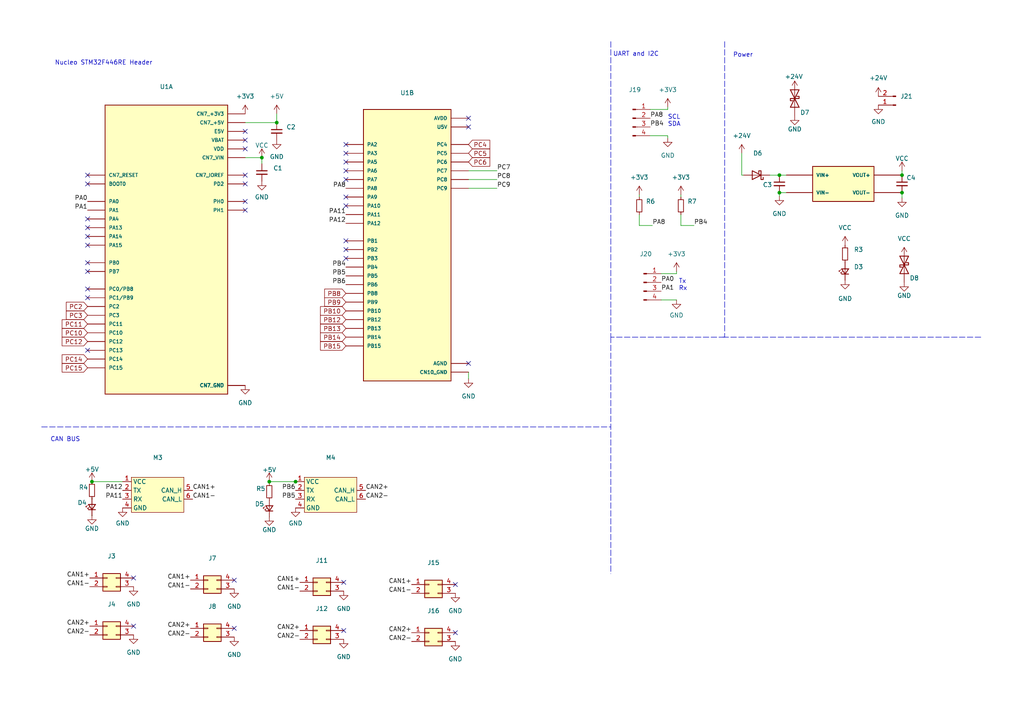
<source format=kicad_sch>
(kicad_sch (version 20211123) (generator eeschema)
  (paper "A4")
  (lib_symbols
    (symbol "Connector:Conn_01x02_Male" (pin_names (offset 1.016) hide)
      (property "Reference" "J" (at 0 2.54 0))
      (property "Value" "Conn_01x02_Male" (at 0 -5.08 0))
      (symbol "Conn_01x02_Male_1_1"
        (polyline (pts (xy 1.27 -2.54) (xy 0.8636 -2.54)) (stroke (width 0.1524)))
        (polyline (pts (xy 1.27 0) (xy 0.8636 0)) (stroke (width 0.1524)))
        (rectangle (start 0.8636 -2.413) (end 0 -2.667) (stroke (width 0.1524)) (fill (type outline)))
        (rectangle (start 0.8636 0.127) (end 0 -0.127) (stroke (width 0.1524)) (fill (type outline)))
        (pin passive line (at 5.08 0 180) (length 3.81) (name "Pin_1") (number "1"))
        (pin passive line (at 5.08 -2.54 180) (length 3.81) (name "Pin_2") (number "2"))
      )
    )
    (symbol "Connector:Conn_01x04_Male" (pin_names (offset 1.016) hide)
      (property "Reference" "J" (at 0 5.08 0))
      (property "Value" "Conn_01x04_Male" (at 0 -7.62 0))
      (symbol "Conn_01x04_Male_1_1"
        (polyline (pts (xy 1.27 -5.08) (xy 0.8636 -5.08)) (stroke (width 0.1524)))
        (polyline (pts (xy 1.27 -2.54) (xy 0.8636 -2.54)) (stroke (width 0.1524)))
        (polyline (pts (xy 1.27 0) (xy 0.8636 0)) (stroke (width 0.1524)))
        (polyline (pts (xy 1.27 2.54) (xy 0.8636 2.54)) (stroke (width 0.1524)))
        (rectangle (start 0.8636 -4.953) (end 0 -5.207) (stroke (width 0.1524)) (fill (type outline)))
        (rectangle (start 0.8636 -2.413) (end 0 -2.667) (stroke (width 0.1524)) (fill (type outline)))
        (rectangle (start 0.8636 0.127) (end 0 -0.127) (stroke (width 0.1524)) (fill (type outline)))
        (rectangle (start 0.8636 2.667) (end 0 2.413) (stroke (width 0.1524)) (fill (type outline)))
        (pin passive line (at 5.08 2.54 180) (length 3.81) (name "Pin_1") (number "1"))
        (pin passive line (at 5.08 0 180) (length 3.81) (name "Pin_2") (number "2"))
        (pin passive line (at 5.08 -2.54 180) (length 3.81) (name "Pin_3") (number "3"))
        (pin passive line (at 5.08 -5.08 180) (length 3.81) (name "Pin_4") (number "4"))
      )
    )
    (symbol "Connector_Generic:Conn_02x02_Counter_Clockwise" (pin_names (offset 1.016) hide)
      (property "Reference" "J" (at 1.27 2.54 0))
      (property "Value" "Conn_02x02_Counter_Clockwise" (at 1.27 -5.08 0))
      (symbol "Conn_02x02_Counter_Clockwise_1_1"
        (rectangle (start -1.27 -2.413) (end 0 -2.667) (stroke (width 0.1524)))
        (rectangle (start -1.27 0.127) (end 0 -0.127) (stroke (width 0.1524)))
        (rectangle (start -1.27 1.27) (end 3.81 -3.81) (stroke (width 0.254)) (fill (type background)))
        (rectangle (start 3.81 -2.413) (end 2.54 -2.667) (stroke (width 0.1524)))
        (rectangle (start 3.81 0.127) (end 2.54 -0.127) (stroke (width 0.1524)))
        (pin passive line (at -5.08 0 0) (length 3.81) (name "Pin_1") (number "1"))
        (pin passive line (at -5.08 -2.54 0) (length 3.81) (name "Pin_2") (number "2"))
        (pin passive line (at 7.62 -2.54 180) (length 3.81) (name "Pin_3") (number "3"))
        (pin passive line (at 7.62 0 180) (length 3.81) (name "Pin_4") (number "4"))
      )
    )
    (symbol "D_Schottky_1" (pin_numbers hide) (pin_names (offset 1.016) hide)
      (property "Reference" "D?" (at 2.54 1.5876 90))
      (property "Value" "SMBJ9VCA" (at 2.54 -0.9524 90))
      (symbol "D_Schottky_1_0_1"
        (polyline (pts (xy 1.27 0) (xy -1.27 0)))
        (polyline (pts (xy -3.81 -1.27) (xy -3.81 1.27) (xy -1.27 0) (xy -3.81 -1.27)) (stroke (width 0.254)))
        (polyline (pts (xy 1.27 1.27) (xy 1.27 -1.27) (xy -1.27 0) (xy 1.27 1.27)) (stroke (width 0.254)))
        (polyline (pts (xy -1.905 0.635) (xy -1.905 1.27) (xy -1.27 1.27) (xy -1.27 -1.27) (xy -0.635 -1.27) (xy -0.635 -0.635)) (stroke (width 0.254)))
      )
      (symbol "D_Schottky_1_1_1"
        (pin passive line (at -3.81 0 0) (length 2.54) (name "K") (number "1"))
        (pin passive line (at 3.81 0 180) (length 2.54) (name "A") (number "2"))
      )
    )
    (symbol "D_Schottky_2" (pin_numbers hide) (pin_names (offset 1.016) hide)
      (property "Reference" "D7" (at 2.794 1.5876 90))
      (property "Value" "D_Schottky_2" (at 2.794 -0.9524 90))
      (symbol "D_Schottky_2_0_1"
        (polyline (pts (xy 1.27 0) (xy -1.27 0)))
        (polyline (pts (xy -3.81 -1.27) (xy -3.81 1.27) (xy -1.27 0) (xy -3.81 -1.27)) (stroke (width 0.254)))
        (polyline (pts (xy 1.27 1.27) (xy 1.27 -1.27) (xy -1.27 0) (xy 1.27 1.27)) (stroke (width 0.254)))
        (polyline (pts (xy -1.905 0.635) (xy -1.905 1.27) (xy -1.27 1.27) (xy -1.27 -1.27) (xy -0.635 -1.27) (xy -0.635 -0.635)) (stroke (width 0.254)))
      )
      (symbol "D_Schottky_2_1_1"
        (pin passive line (at -3.81 0 0) (length 2.54) (name "K") (number "1"))
        (pin passive line (at 3.81 0 180) (length 2.54) (name "A") (number "2"))
      )
    )
    (symbol "Device:C_Small" (pin_numbers hide) (pin_names (offset 0.254) hide)
      (property "Reference" "C" (at 0.254 1.778 0))
      (property "Value" "C_Small" (at 0.254 -2.032 0))
      (symbol "C_Small_0_1"
        (polyline (pts (xy -1.524 -0.508) (xy 1.524 -0.508)) (stroke (width 0.3302)))
        (polyline (pts (xy -1.524 0.508) (xy 1.524 0.508)) (stroke (width 0.3048)))
      )
      (symbol "C_Small_1_1"
        (pin passive line (at 0 2.54 270) (length 2.032) (name "~") (number "1"))
        (pin passive line (at 0 -2.54 90) (length 2.032) (name "~") (number "2"))
      )
    )
    (symbol "Device:D_Schottky" (pin_numbers hide) (pin_names (offset 1.016) hide)
      (property "Reference" "D" (at 0 2.54 0))
      (property "Value" "D_Schottky" (at 0 -2.54 0))
      (symbol "D_Schottky_0_1"
        (polyline (pts (xy 1.27 0) (xy -1.27 0)))
        (polyline (pts (xy 1.27 1.27) (xy 1.27 -1.27) (xy -1.27 0) (xy 1.27 1.27)) (stroke (width 0.254)))
        (polyline (pts (xy -1.905 0.635) (xy -1.905 1.27) (xy -1.27 1.27) (xy -1.27 -1.27) (xy -0.635 -1.27) (xy -0.635 -0.635)) (stroke (width 0.254)))
      )
      (symbol "D_Schottky_1_1"
        (pin passive line (at -3.81 0 0) (length 2.54) (name "K") (number "1"))
        (pin passive line (at 3.81 0 180) (length 2.54) (name "A") (number "2"))
      )
    )
    (symbol "Device:LED_Small" (pin_numbers hide) (pin_names (offset 0.254) hide)
      (property "Reference" "D" (at -1.27 3.175 0))
      (property "Value" "LED_Small" (at -4.445 -2.54 0))
      (symbol "LED_Small_0_1"
        (polyline (pts (xy -0.762 -1.016) (xy -0.762 1.016)) (stroke (width 0.254)))
        (polyline (pts (xy 1.016 0) (xy -0.762 0)))
        (polyline (pts (xy 0.762 -1.016) (xy -0.762 0) (xy 0.762 1.016) (xy 0.762 -1.016)) (stroke (width 0.254)))
        (polyline (pts (xy 0 0.762) (xy -0.508 1.27) (xy -0.254 1.27) (xy -0.508 1.27) (xy -0.508 1.016)))
        (polyline (pts (xy 0.508 1.27) (xy 0 1.778) (xy 0.254 1.778) (xy 0 1.778) (xy 0 1.524)))
      )
      (symbol "LED_Small_1_1"
        (pin passive line (at -2.54 0 0) (length 1.778) (name "K") (number "1"))
        (pin passive line (at 2.54 0 180) (length 1.778) (name "A") (number "2"))
      )
    )
    (symbol "Device:R_Small" (pin_numbers hide) (pin_names (offset 0.254) hide)
      (property "Reference" "R" (at 0.762 0.508 0))
      (property "Value" "R_Small" (at 0.762 -1.016 0))
      (symbol "R_Small_0_1"
        (rectangle (start -0.762 1.778) (end 0.762 -1.778) (stroke (width 0.2032)))
      )
      (symbol "R_Small_1_1"
        (pin passive line (at 0 2.54 270) (length 0.762) (name "~") (number "1"))
        (pin passive line (at 0 -2.54 90) (length 0.762) (name "~") (number "2"))
      )
    )
    (symbol "PolyuRobotics:MP1584" (pin_numbers hide) (pin_names (offset 1.016))
      (symbol "MP1584_0_0"
        (rectangle (start -7.62 -5.08) (end 10.16 5.08) (stroke (width 0.254)) (fill (type background)))
        (pin input line (at -15.24 2.54 0) (length 7.62) (name "VIN+") (number "IN1+"))
        (pin input line (at -15.24 -2.54 0) (length 7.62) (name "VIN-") (number "IN1-"))
        (pin input line (at -15.24 2.54 0) (length 7.62) (name "VIN+") (number "IN2+"))
        (pin input line (at -15.24 -2.54 0) (length 7.62) (name "VIN-") (number "IN2-"))
        (pin output line (at 17.78 2.54 180) (length 7.62) (name "VOUT+") (number "OUT1+"))
        (pin output line (at 17.78 -2.54 180) (length 7.62) (name "VOUT-") (number "OUT1-"))
        (pin output line (at 17.78 2.54 180) (length 7.62) (name "VOUT+") (number "OUT2+"))
        (pin output line (at 17.78 -2.54 180) (length 7.62) (name "VOUT-") (number "OUT2-"))
      )
    )
    (symbol "PolyuRobotics:NUCLEO-F446RE" (pin_numbers hide) (pin_names (offset 1.016))
      (property "Reference" "U" (at -17.78 41.91 0))
      (property "Value" "NUCLEO-F446RE" (at -17.78 -44.45 0))
      (symbol "NUCLEO-F446RE_1_0"
        (rectangle (start -17.78 -43.18) (end 17.78 40.64) (stroke (width 0.254)) (fill (type background)))
        (pin bidirectional line (at -22.86 -25.4 0) (length 5.08) (name "PC10") (number "CN7_1"))
        (pin bidirectional line (at 22.86 20.32 180) (length 5.08) (name "CN7_IOREF") (number "CN7_12"))
        (pin bidirectional line (at -22.86 5.08 0) (length 5.08) (name "PA13") (number "CN7_13"))
        (pin bidirectional line (at -22.86 20.32 0) (length 5.08) (name "CN7_RESET") (number "CN7_14"))
        (pin bidirectional line (at -22.86 2.54 0) (length 5.08) (name "PA14") (number "CN7_15"))
        (pin power_in line (at 22.86 38.1 180) (length 5.08) (name "CN7_+3V3") (number "CN7_16"))
        (pin bidirectional line (at -22.86 0 0) (length 5.08) (name "PA15") (number "CN7_17"))
        (pin power_in line (at 22.86 35.56 180) (length 5.08) (name "CN7_+5V") (number "CN7_18"))
        (pin power_in line (at 22.86 -40.64 180) (length 5.08) (name "CN7_GND") (number "CN7_19"))
        (pin bidirectional line (at -22.86 -22.86 0) (length 5.08) (name "PC11") (number "CN7_2"))
        (pin power_in line (at 22.86 -40.64 180) (length 5.08) (name "CN7_GND") (number "CN7_20"))
        (pin bidirectional line (at -22.86 -7.62 0) (length 5.08) (name "PB7") (number "CN7_21"))
        (pin power_in line (at 22.86 -40.64 180) (length 5.08) (name "CN7_GND") (number "CN7_22"))
        (pin bidirectional line (at -22.86 -30.48 0) (length 5.08) (name "PC13") (number "CN7_23"))
        (pin power_in line (at 22.86 25.4 180) (length 5.08) (name "CN7_VIN") (number "CN7_24"))
        (pin bidirectional line (at -22.86 -33.02 0) (length 5.08) (name "PC14") (number "CN7_25"))
        (pin bidirectional line (at -22.86 -35.56 0) (length 5.08) (name "PC15") (number "CN7_27"))
        (pin bidirectional line (at -22.86 12.7 0) (length 5.08) (name "PA0") (number "CN7_28"))
        (pin bidirectional line (at 22.86 12.7 180) (length 5.08) (name "PH0") (number "CN7_29"))
        (pin bidirectional line (at -22.86 -27.94 0) (length 5.08) (name "PC12") (number "CN7_3"))
        (pin bidirectional line (at -22.86 10.16 0) (length 5.08) (name "PA1") (number "CN7_30"))
        (pin bidirectional line (at 22.86 10.16 180) (length 5.08) (name "PH1") (number "CN7_31"))
        (pin bidirectional line (at -22.86 7.62 0) (length 5.08) (name "PA4") (number "CN7_32"))
        (pin power_in line (at 22.86 30.48 180) (length 5.08) (name "VBAT") (number "CN7_33"))
        (pin bidirectional line (at -22.86 -5.08 0) (length 5.08) (name "PB0") (number "CN7_34"))
        (pin bidirectional line (at -22.86 -17.78 0) (length 5.08) (name "PC2") (number "CN7_35"))
        (pin bidirectional line (at -22.86 -15.24 0) (length 5.08) (name "PC1/PB9") (number "CN7_36"))
        (pin bidirectional line (at -22.86 -20.32 0) (length 5.08) (name "PC3") (number "CN7_37"))
        (pin bidirectional line (at -22.86 -12.7 0) (length 5.08) (name "PC0/PB8") (number "CN7_38"))
        (pin bidirectional line (at 22.86 17.78 180) (length 5.08) (name "PD2") (number "CN7_4"))
        (pin power_in line (at 22.86 27.94 180) (length 5.08) (name "VDD") (number "CN7_5"))
        (pin power_in line (at 22.86 33.02 180) (length 5.08) (name "E5V") (number "CN7_6"))
        (pin bidirectional line (at -22.86 17.78 0) (length 5.08) (name "BOOT0") (number "CN7_7"))
        (pin power_in line (at 22.86 -40.64 180) (length 5.08) (name "CN7_GND") (number "CN7_8"))
      )
      (symbol "NUCLEO-F446RE_2_0"
        (rectangle (start -12.7 -40.64) (end 12.7 38.1) (stroke (width 0.254)) (fill (type background)))
        (pin bidirectional line (at 17.78 15.24 180) (length 5.08) (name "PC9") (number "CN10_1"))
        (pin bidirectional line (at -17.78 22.86 0) (length 5.08) (name "PA5") (number "CN10_11"))
        (pin bidirectional line (at -17.78 5.08 0) (length 5.08) (name "PA12") (number "CN10_12"))
        (pin bidirectional line (at -17.78 20.32 0) (length 5.08) (name "PA6") (number "CN10_13"))
        (pin bidirectional line (at -17.78 7.62 0) (length 5.08) (name "PA11") (number "CN10_14"))
        (pin bidirectional line (at -17.78 17.78 0) (length 5.08) (name "PA7") (number "CN10_15"))
        (pin bidirectional line (at -17.78 -22.86 0) (length 5.08) (name "PB12") (number "CN10_16"))
        (pin bidirectional line (at -17.78 -12.7 0) (length 5.08) (name "PB6") (number "CN10_17"))
        (pin bidirectional line (at 17.78 20.32 180) (length 5.08) (name "PC7") (number "CN10_19"))
        (pin bidirectional line (at 17.78 17.78 180) (length 5.08) (name "PC8") (number "CN10_2"))
        (pin power_in line (at 17.78 -38.1 180) (length 5.08) (name "CN10_GND") (number "CN10_20"))
        (pin bidirectional line (at -17.78 12.7 0) (length 5.08) (name "PA9") (number "CN10_21"))
        (pin bidirectional line (at -17.78 -2.54 0) (length 5.08) (name "PB2") (number "CN10_22"))
        (pin bidirectional line (at -17.78 15.24 0) (length 5.08) (name "PA8") (number "CN10_23"))
        (pin bidirectional line (at -17.78 0 0) (length 5.08) (name "PB1") (number "CN10_24"))
        (pin bidirectional line (at -17.78 -20.32 0) (length 5.08) (name "PB10") (number "CN10_25"))
        (pin bidirectional line (at -17.78 -30.48 0) (length 5.08) (name "PB15") (number "CN10_26"))
        (pin bidirectional line (at -17.78 -7.62 0) (length 5.08) (name "PB4") (number "CN10_27"))
        (pin bidirectional line (at -17.78 -27.94 0) (length 5.08) (name "PB14") (number "CN10_28"))
        (pin bidirectional line (at -17.78 -10.16 0) (length 5.08) (name "PB5") (number "CN10_29"))
        (pin bidirectional line (at -17.78 -15.24 0) (length 5.08) (name "PB8") (number "CN10_3"))
        (pin bidirectional line (at -17.78 -25.4 0) (length 5.08) (name "PB13") (number "CN10_30"))
        (pin bidirectional line (at -17.78 -5.08 0) (length 5.08) (name "PB3") (number "CN10_31"))
        (pin power_in line (at 17.78 -35.56 180) (length 5.08) (name "AGND") (number "CN10_32"))
        (pin bidirectional line (at -17.78 10.16 0) (length 5.08) (name "PA10") (number "CN10_33"))
        (pin bidirectional line (at 17.78 27.94 180) (length 5.08) (name "PC4") (number "CN10_34"))
        (pin bidirectional line (at -17.78 27.94 0) (length 5.08) (name "PA2") (number "CN10_35"))
        (pin bidirectional line (at -17.78 25.4 0) (length 5.08) (name "PA3") (number "CN10_37"))
        (pin bidirectional line (at 17.78 22.86 180) (length 5.08) (name "PC6") (number "CN10_4"))
        (pin bidirectional line (at -17.78 -17.78 0) (length 5.08) (name "PB9") (number "CN10_5"))
        (pin bidirectional line (at 17.78 25.4 180) (length 5.08) (name "PC5") (number "CN10_6"))
        (pin power_in line (at 17.78 35.56 180) (length 5.08) (name "AVDD") (number "CN10_7"))
        (pin power_in line (at 17.78 33.02 180) (length 5.08) (name "U5V") (number "CN10_8"))
        (pin power_in line (at 17.78 -38.1 180) (length 5.08) (name "CN10_GND") (number "CN10_9"))
      )
    )
    (symbol "PolyuRobotics:TJA1050_Module"
      (property "Reference" "M" (at 0 7.62 0))
      (property "Value" "TJA1050_Module" (at 0 -5.08 0))
      (symbol "TJA1050_Module_0_0"
        (text "" (at 7.62 0 0) (effects (font (size 1.27 1.27))))
      )
      (symbol "TJA1050_Module_0_1"
        (rectangle (start -7.62 6.35) (end 7.62 -3.81) (fill (type background)))
      )
      (symbol "TJA1050_Module_1_1"
        (pin power_in line (at -10.16 5.08 0) (length 2.54) (name "VCC") (number "1"))
        (pin bidirectional line (at -10.16 2.54 0) (length 2.54) (name "TX") (number "2"))
        (pin bidirectional line (at -10.16 0 0) (length 2.54) (name "RX") (number "3"))
        (pin power_in line (at -10.16 -2.54 0) (length 2.54) (name "GND") (number "4"))
        (pin bidirectional line (at 10.16 2.54 180) (length 2.54) (name "CAN_H") (number "5"))
        (pin bidirectional line (at 10.16 0 180) (length 2.54) (name "CAN_L") (number "6"))
      )
    )
    (symbol "TJA1050_Module_1"
      (property "Reference" "M" (at 0 7.62 0))
      (property "Value" "TJA1050_Module_1" (at 0 -5.08 0))
      (symbol "TJA1050_Module_1_0_0"
        (text "" (at 7.62 0 0) (effects (font (size 1.27 1.27))))
      )
      (symbol "TJA1050_Module_1_0_1"
        (rectangle (start -7.62 6.35) (end 7.62 -3.81) (fill (type background)))
      )
      (symbol "TJA1050_Module_1_1_1"
        (pin power_in line (at -10.16 5.08 0) (length 2.54) (name "VCC") (number "1"))
        (pin bidirectional line (at -10.16 2.54 0) (length 2.54) (name "TX") (number "2"))
        (pin bidirectional line (at -10.16 0 0) (length 2.54) (name "RX") (number "3"))
        (pin power_in line (at -10.16 -2.54 0) (length 2.54) (name "GND") (number "4"))
        (pin bidirectional line (at 10.16 2.54 180) (length 2.54) (name "CAN_H") (number "5"))
        (pin bidirectional line (at 10.16 0 180) (length 2.54) (name "CAN_L") (number "6"))
      )
    )
    (symbol "power:+24V" (power) (pin_names (offset 0))
      (property "Value" "+24V" (at 0 3.556 0))
      (symbol "+24V_0_1"
        (polyline (pts (xy -0.762 1.27) (xy 0 2.54)))
        (polyline (pts (xy 0 0) (xy 0 2.54)))
        (polyline (pts (xy 0 2.54) (xy 0.762 1.27)))
      )
      (symbol "+24V_1_1"
        (pin power_in line (at 0 0 90) (length 0) hide (name "+24V") (number "1"))
      )
    )
    (symbol "power:+3.3V" (power) (pin_names (offset 0))
      (property "Value" "+3.3V" (at 0 3.556 0))
      (symbol "+3.3V_0_1"
        (polyline (pts (xy -0.762 1.27) (xy 0 2.54)))
        (polyline (pts (xy 0 0) (xy 0 2.54)))
        (polyline (pts (xy 0 2.54) (xy 0.762 1.27)))
      )
      (symbol "+3.3V_1_1"
        (pin power_in line (at 0 0 90) (length 0) hide (name "+3V3") (number "1"))
      )
    )
    (symbol "power:+5V" (power) (pin_names (offset 0))
      (property "Value" "+5V" (at 0 3.556 0))
      (symbol "+5V_0_1"
        (polyline (pts (xy -0.762 1.27) (xy 0 2.54)))
        (polyline (pts (xy 0 0) (xy 0 2.54)))
        (polyline (pts (xy 0 2.54) (xy 0.762 1.27)))
      )
      (symbol "+5V_1_1"
        (pin power_in line (at 0 0 90) (length 0) hide (name "+5V") (number "1"))
      )
    )
    (symbol "power:GND" (power) (pin_names (offset 0))
      (property "Value" "GND" (at 0 -3.81 0))
      (symbol "GND_0_1"
        (polyline (pts (xy 0 0) (xy 0 -1.27) (xy 1.27 -1.27) (xy 0 -2.54) (xy -1.27 -1.27) (xy 0 -1.27)))
      )
      (symbol "GND_1_1"
        (pin power_in line (at 0 0 270) (length 0) hide (name "GND") (number "1"))
      )
    )
    (symbol "power:VCC" (power) (pin_names (offset 0))
      (property "Value" "VCC" (at 0 3.81 0))
      (symbol "VCC_0_1"
        (polyline (pts (xy -0.762 1.27) (xy 0 2.54)))
        (polyline (pts (xy 0 0) (xy 0 2.54)))
        (polyline (pts (xy 0 2.54) (xy 0.762 1.27)))
      )
      (symbol "VCC_1_1"
        (pin power_in line (at 0 0 90) (length 0) hide (name "VCC") (number "1"))
      )
    )
  )
  (junction (at 261.62 50.8))
  (junction (at 75.946 45.72))
  (junction (at 26.67 139.7))
  (junction (at 80.264 35.56))
  (junction (at 85.725 139.7))
  (junction (at 261.62 55.88))
  (junction (at 78.105 139.7))
  (junction (at 226.06 55.88))
  (junction (at 226.06 50.8))
  (no_connect (at 99.695 182.88))
  (no_connect (at 25.4 63.5))
  (no_connect (at 25.4 66.04))
  (no_connect (at 25.4 68.58))
  (no_connect (at 25.4 71.12))
  (no_connect (at 25.4 76.2))
  (no_connect (at 25.4 78.74))
  (no_connect (at 25.4 83.82))
  (no_connect (at 135.89 34.29))
  (no_connect (at 135.89 36.83))
  (no_connect (at 71.12 38.1))
  (no_connect (at 67.945 168.275))
  (no_connect (at 135.89 105.41))
  (no_connect (at 25.4 101.6))
  (no_connect (at 311.785 24.765))
  (no_connect (at 99.695 168.91))
  (no_connect (at 71.12 58.42))
  (no_connect (at 71.12 60.96))
  (no_connect (at 71.12 50.8))
  (no_connect (at 25.4 50.8))
  (no_connect (at 25.4 53.34))
  (no_connect (at 71.12 43.18))
  (no_connect (at 132.08 169.545))
  (no_connect (at 67.945 182.245))
  (no_connect (at 38.735 181.61))
  (no_connect (at 38.735 167.64))
  (no_connect (at 132.08 183.515))
  (no_connect (at 25.4 86.36))
  (no_connect (at 71.12 40.64))
  (no_connect (at 71.12 53.34))
  (no_connect (at 100.33 41.91))
  (no_connect (at 100.33 44.45))
  (no_connect (at 100.33 46.99))
  (no_connect (at 100.33 49.53))
  (no_connect (at 100.33 52.07))
  (no_connect (at 100.33 57.15))
  (no_connect (at 100.33 59.69))
  (no_connect (at 100.33 69.85))
  (no_connect (at 100.33 72.39))
  (no_connect (at 100.33 74.93))
  (wire (pts (xy 78.105 139.7) (xy 78.105 140.081)))
  (wire (pts (xy 188.595 31.75) (xy 193.675 31.75)))
  (wire (pts (xy 193.675 31.75) (xy 193.675 31.115)))
  (wire (pts (xy 185.42 65.405) (xy 185.42 62.23)))
  (wire (pts (xy 197.485 65.405) (xy 197.485 62.23)))
  (wire (pts (xy 78.105 145.161) (xy 78.105 144.907)))
  (wire (pts (xy 185.42 57.15) (xy 185.42 56.515)))
  (wire (pts (xy 189.23 65.405) (xy 185.42 65.405)))
  (polyline (pts (xy 284.48 97.79) (xy 209.55 97.79)))
  (wire (pts (xy 261.112 50.8) (xy 261.62 50.8)))
  (wire (pts (xy 71.12 45.72) (xy 75.946 45.72)))
  (wire (pts (xy 85.725 139.573) (xy 85.725 139.7)))
  (wire (pts (xy 215.138 50.8) (xy 215.646 50.8)))
  (wire (pts (xy 201.295 65.405) (xy 197.485 65.405)))
  (wire (pts (xy 75.946 47.498) (xy 75.946 45.72)))
  (wire (pts (xy 144.145 52.07) (xy 135.89 52.07)))
  (wire (pts (xy 78.105 149.987) (xy 78.105 149.86)))
  (wire (pts (xy 215.138 44.45) (xy 215.138 50.8)))
  (wire (pts (xy 261.112 55.88) (xy 261.62 55.88)))
  (polyline (pts (xy 177.165 12.065) (xy 177.165 97.79)))
  (wire (pts (xy 223.266 50.8) (xy 226.06 50.8)))
  (wire (pts (xy 261.62 49.53) (xy 261.62 50.8)))
  (polyline (pts (xy 12.065 123.825) (xy 177.165 123.825)))
  (wire (pts (xy 226.06 55.88) (xy 226.06 56.896)))
  (wire (pts (xy 226.06 50.8) (xy 228.092 50.8)))
  (wire (pts (xy 226.06 55.88) (xy 228.092 55.88)))
  (wire (pts (xy 26.67 144.78) (xy 26.67 144.526)))
  (wire (pts (xy 188.595 39.37) (xy 193.675 39.37)))
  (polyline (pts (xy 210.185 97.79) (xy 177.165 97.79)))
  (wire (pts (xy 261.62 55.88) (xy 261.62 57.404)))
  (polyline (pts (xy 177.165 97.79) (xy 177.165 166.37)))
  (wire (pts (xy 196.215 78.74) (xy 196.215 79.375)))
  (wire (pts (xy 193.675 40.005) (xy 193.675 39.37)))
  (wire (pts (xy 135.89 107.95) (xy 135.89 109.855)))
  (wire (pts (xy 78.105 139.7) (xy 85.725 139.7)))
  (wire (pts (xy 191.77 86.995) (xy 196.215 86.995)))
  (wire (pts (xy 196.215 79.375) (xy 191.77 79.375)))
  (wire (pts (xy 80.264 35.56) (xy 71.12 35.56)))
  (wire (pts (xy 144.145 54.61) (xy 135.89 54.61)))
  (wire (pts (xy 26.67 139.7) (xy 35.56 139.7)))
  (wire (pts (xy 80.264 33.02) (xy 80.264 35.56)))
  (wire (pts (xy 197.485 57.15) (xy 197.485 56.515)))
  (wire (pts (xy 144.145 49.53) (xy 135.89 49.53)))
  (polyline (pts (xy 210.185 12.065) (xy 210.185 97.79)))
  (wire (pts (xy 26.67 149.606) (xy 26.67 149.479)))
  (text "Tx\nRx" (at 196.85 84.455 0) (effects (font (size 1.27 1.27)) (justify left bottom)))
  (text "UART and I2C " (at 177.8 16.51 0) (effects (font (size 1.27 1.27)) (justify left bottom)))
  (text "Nucleo STM32F446RE Header" (at 15.875 19.05 0) (effects (font (size 1.27 1.27)) (justify left bottom)))
  (text "CAN BUS\n" (at 14.605 128.27 0) (effects (font (size 1.27 1.27)) (justify left bottom)))
  (text "Power\n" (at 212.598 16.764 0) (effects (font (size 1.27 1.27)) (justify left bottom)))
  (text "SCL\nSDA" (at 193.675 36.83 0) (effects (font (size 1.27 1.27)) (justify left bottom)))
  (label "PB4" (at 188.595 36.83 0))
  (label "PA1" (at 25.4 60.96 180))
  (label "CAN2+" (at 55.245 182.245 180))
  (label "PB6" (at 85.725 142.24 180))
  (label "PA8" (at 188.595 34.29 0))
  (label "PA11" (at 35.56 144.78 180))
  (label "PC9" (at 144.145 54.61 0))
  (label "CAN2-" (at 86.995 185.42 180))
  (label "PA12" (at 35.56 142.24 180))
  (label "PC7" (at 144.145 49.53 0))
  (label "CAN2+" (at 86.995 182.88 180))
  (label "CAN1-" (at 55.245 170.815 180))
  (label "PA12" (at 100.33 64.77 180))
  (label "CAN1-" (at 86.995 171.45 180))
  (label "PB5" (at 100.33 80.01 180))
  (label "CAN2+" (at 106.045 142.24 0))
  (label "CAN1+" (at 119.38 169.545 180))
  (label "CAN1+" (at 86.995 168.91 180))
  (label "CAN2-" (at 26.035 184.15 180))
  (label "PC8" (at 144.145 52.07 0))
  (label "PA0" (at 191.77 81.915 0))
  (label "CAN2-" (at 119.38 186.055 180))
  (label "CAN2-" (at 55.245 184.785 180))
  (label "PA1" (at 191.77 84.455 0))
  (label "CAN2+" (at 119.38 183.515 180))
  (label "PB4" (at 100.33 77.47 180))
  (label "PB5" (at 85.725 144.78 180))
  (label "CAN2-" (at 106.045 144.78 0))
  (label "PB4" (at 201.295 65.405 0))
  (label "CAN1+" (at 26.035 167.64 180))
  (label "PA11" (at 100.33 62.23 180))
  (label "CAN1-" (at 119.38 172.085 180))
  (label "CAN1+" (at 55.88 142.24 0))
  (label "PA8" (at 100.33 54.61 180))
  (label "PA8" (at 189.23 65.405 0))
  (label "CAN1+" (at 55.245 168.275 180))
  (label "PB6" (at 100.33 82.55 180))
  (label "CAN1-" (at 26.035 170.18 180))
  (label "CAN1-" (at 55.88 144.78 0))
  (label "CAN2+" (at 26.035 181.61 180))
  (label "PA0" (at 25.4 58.42 180))
  (global_label "PB14" (shape input) (at 100.33 97.79 180) (property "Intersheet References" "${INTERSHEET_REFS}" (effects hide)))
  (global_label "PC2" (shape input) (at 25.4 88.9 180) (property "Intersheet References" "${INTERSHEET_REFS}" (effects hide)))
  (global_label "PC6" (shape input) (at 135.89 46.99 0) (property "Intersheet References" "${INTERSHEET_REFS}" (effects hide)))
  (global_label "PC11" (shape input) (at 25.4 93.98 180) (property "Intersheet References" "${INTERSHEET_REFS}" (effects hide)))
  (global_label "PB12" (shape input) (at 100.33 92.71 180) (property "Intersheet References" "${INTERSHEET_REFS}" (effects hide)))
  (global_label "PC3" (shape input) (at 25.4 91.44 180) (property "Intersheet References" "${INTERSHEET_REFS}" (effects hide)))
  (global_label "PC14" (shape input) (at 25.4 104.14 180) (property "Intersheet References" "${INTERSHEET_REFS}" (effects hide)))
  (global_label "PC5" (shape input) (at 135.89 44.45 0) (property "Intersheet References" "${INTERSHEET_REFS}" (effects hide)))
  (global_label "PC15" (shape input) (at 25.4 106.68 180) (property "Intersheet References" "${INTERSHEET_REFS}" (effects hide)))
  (global_label "PB13" (shape input) (at 100.33 95.25 180) (property "Intersheet References" "${INTERSHEET_REFS}" (effects hide)))
  (global_label "PC4" (shape input) (at 135.89 41.91 0) (property "Intersheet References" "${INTERSHEET_REFS}" (effects hide)))
  (global_label "PB15" (shape input) (at 100.33 100.33 180) (property "Intersheet References" "${INTERSHEET_REFS}" (effects hide)))
  (global_label "PC10" (shape input) (at 25.4 96.52 180) (property "Intersheet References" "${INTERSHEET_REFS}" (effects hide)))
  (global_label "PC12" (shape input) (at 25.4 99.06 180) (property "Intersheet References" "${INTERSHEET_REFS}" (effects hide)))
  (global_label "PB9" (shape input) (at 100.33 87.63 180) (property "Intersheet References" "${INTERSHEET_REFS}" (effects hide)))
  (global_label "PB8" (shape input) (at 100.33 85.09 180) (property "Intersheet References" "${INTERSHEET_REFS}" (effects hide)))
  (global_label "PB10" (shape input) (at 100.33 90.17 180) (property "Intersheet References" "${INTERSHEET_REFS}" (effects hide)))
  (symbol (lib_id "PolyuRobotics:NUCLEO-F446RE") (at 48.26 71.12 0) (unit 1)
    (property "Reference" "U1" (at 48.26 25.146 0))
    (property "STANDARD" "Manufacturer Recommendations" (effects hide))
    (property "MANUFACTURER" "STMicroelectronics" (effects hide))
    (property "PARTREV" "13" (effects hide))
  )
  (symbol (lib_id "Connector_Generic:Conn_02x02_Counter_Clockwise") (at 92.075 168.91 0) (unit 1)
    (property "Reference" "J11" (at 93.345 162.56 0))
  )
  (symbol (lib_id "power:GND") (at 38.735 184.15 0) (unit 1)
    (property "Reference" "#PWR0122" (effects hide))
  )
  (symbol (lib_id "Connector_Generic:Conn_02x02_Counter_Clockwise") (at 31.115 181.61 0) (unit 1)
    (property "Reference" "J4" (at 32.385 175.26 0))
  )
  (symbol (lib_id "Device:R_Small") (at 78.105 142.621 0) (unit 1)
    (property "Reference" "R5" (at 74.295 141.732 0) (effects (justify left)))
  )
  (symbol (lib_id "Connector:Conn_01x04_Male") (at 183.515 34.29 0) (unit 1)
    (property "Reference" "J19" (at 184.15 26.035 0))
  )
  (symbol (lib_id "Connector_Generic:Conn_02x02_Counter_Clockwise") (at 124.46 183.515 0) (unit 1)
    (property "Reference" "J16" (at 125.73 177.165 0))
  )
  (symbol (lib_id "power:GND") (at 132.08 186.055 0) (unit 1)
    (property "Reference" "#PWR0131" (effects hide))
  )
  (symbol (lib_id "power:GND") (at 230.505 33.655 0) (unit 1)
    (property "Reference" "#PWR0155" (effects hide))
  )
  (symbol (lib_id "power:GND") (at 26.67 149.479 0) (unit 1)
    (property "Reference" "#PWR0153" (effects hide))
  )
  (symbol (lib_id "Device:D_Schottky") (at 219.456 50.8 180) (unit 1)
    (property "Reference" "D6" (at 219.7735 44.45 0))
  )
  (symbol (lib_name "TJA1050_Module_1") (lib_id "PolyuRobotics:TJA1050_Module") (at 45.72 144.78 0) (unit 1)
    (property "Reference" "M3" (at 45.7597 132.715 0))
  )
  (symbol (lib_id "power:+24V") (at 254.762 27.94 0) (unit 1)
    (property "Reference" "#PWR0148" (effects hide))
  )
  (symbol (lib_id "Device:R_Small") (at 26.67 142.24 0) (unit 1)
    (property "Reference" "R4" (at 22.86 141.351 0) (effects (justify left)))
  )
  (symbol (lib_id "power:GND") (at 135.89 109.855 0) (unit 1)
    (property "Reference" "#PWR0135" (effects hide))
  )
  (symbol (lib_id "power:GND") (at 262.255 81.915 0) (unit 1)
    (property "Reference" "#PWR0156" (effects hide))
  )
  (symbol (lib_id "power:GND") (at 193.675 40.005 0) (unit 1)
    (property "Reference" "#PWR0102" (effects hide))
  )
  (symbol (lib_id "power:GND") (at 75.946 52.578 0) (unit 1)
    (property "Reference" "#PWR0143" (effects hide))
  )
  (symbol (lib_id "power:GND") (at 99.695 185.42 0) (unit 1)
    (property "Reference" "#PWR0121" (effects hide))
  )
  (symbol (lib_id "power:GND") (at 35.56 147.32 0) (unit 1)
    (property "Reference" "#PWR0110" (effects hide))
  )
  (symbol (lib_id "Device:R_Small") (at 245.11 73.66 0) (unit 1)
    (property "Reference" "R3" (at 247.65 72.3899 0) (effects (justify left)))
  )
  (symbol (lib_id "Connector:Conn_01x02_Male") (at 259.842 30.48 180) (unit 1)
    (property "Reference" "J21" (at 261.112 27.9399 0) (effects (justify right)))
  )
  (symbol (lib_id "Connector_Generic:Conn_02x02_Counter_Clockwise") (at 31.115 167.64 0) (unit 1)
    (property "Reference" "J3" (at 32.385 161.29 0))
  )
  (symbol (lib_id "power:VCC") (at 245.11 71.12 0) (unit 1)
    (property "Reference" "#PWR0150" (effects hide))
  )
  (symbol (lib_id "power:GND") (at 78.105 149.86 0) (unit 1)
    (property "Reference" "#PWR0152" (effects hide))
  )
  (symbol (lib_id "Connector_Generic:Conn_02x02_Counter_Clockwise") (at 124.46 169.545 0) (unit 1)
    (property "Reference" "J15" (at 125.73 163.195 0))
  )
  (symbol (lib_id "power:GND") (at 261.62 57.404 0) (unit 1)
    (property "Reference" "#PWR0120" (effects hide))
  )
  (symbol (lib_id "power:+5V") (at 26.67 139.7 0) (unit 1)
    (property "Reference" "#PWR0105" (effects hide))
  )
  (symbol (lib_id "power:+3.3V") (at 197.485 56.515 0) (unit 1)
    (property "Reference" "#PWR0158" (effects hide))
  )
  (symbol (lib_id "power:+24V") (at 215.138 44.45 0) (unit 1)
    (property "Reference" "#PWR0147" (effects hide))
  )
  (symbol (lib_id "Device:C_Small") (at 80.264 38.1 0) (unit 1)
    (property "Reference" "C2" (at 83.058 36.8362 0) (effects (justify left)))
  )
  (symbol (lib_id "power:+3.3V") (at 185.42 56.515 0) (unit 1)
    (property "Reference" "#PWR0159" (effects hide))
  )
  (symbol (lib_name "D_Schottky_1") (lib_id "Device:D_Schottky") (at 262.255 78.105 270) (unit 1)
    (property "Reference" "D8" (at 263.8426 80.645 90) (effects (justify left)))
  )
  (symbol (lib_id "power:VCC") (at 262.255 74.295 0) (unit 1)
    (property "Reference" "#PWR0157" (effects hide))
  )
  (symbol (lib_id "Device:C_Small") (at 261.62 53.34 0) (unit 1)
    (property "Reference" "C4" (at 262.89 51.562 0) (effects (justify left)))
  )
  (symbol (lib_id "power:+3.3V") (at 196.215 78.74 0) (unit 1)
    (property "Reference" "#PWR0101" (effects hide))
  )
  (symbol (lib_id "power:GND") (at 38.735 170.18 0) (unit 1)
    (property "Reference" "#PWR0123" (effects hide))
  )
  (symbol (lib_id "power:GND") (at 85.725 147.32 0) (unit 1)
    (property "Reference" "#PWR0111" (effects hide))
  )
  (symbol (lib_id "power:GND") (at 245.11 81.28 0) (unit 1)
    (property "Reference" "#PWR0151" (effects hide))
  )
  (symbol (lib_id "power:+3.3V") (at 71.12 33.02 0) (unit 1)
    (property "Reference" "#PWR0118" (effects hide))
  )
  (symbol (lib_name "D_Schottky_2") (lib_id "Device:D_Schottky") (at 230.505 29.845 270) (unit 1)
    (property "Reference" "D7" (at 232.0926 32.639 90) (effects (justify left)))
  )
  (symbol (lib_id "power:GND") (at 67.945 184.785 0) (unit 1)
    (property "Reference" "#PWR0129" (effects hide))
  )
  (symbol (lib_id "power:GND") (at 254.762 30.48 0) (unit 1)
    (property "Reference" "#PWR0149" (effects hide))
  )
  (symbol (lib_id "Device:C_Small") (at 75.946 50.038 0) (unit 1)
    (property "Reference" "C1" (at 79.248 48.7742 0) (effects (justify left)))
  )
  (symbol (lib_id "Connector:Conn_01x04_Male") (at 186.69 81.915 0) (unit 1)
    (property "Reference" "J20" (at 187.325 73.66 0))
  )
  (symbol (lib_id "power:+24V") (at 230.505 26.035 0) (unit 1)
    (property "Reference" "#PWR0154" (effects hide))
  )
  (symbol (lib_id "PolyuRobotics:NUCLEO-F446RE") (at 118.11 69.85 0) (unit 2)
    (property "Reference" "U1" (at 118.11 26.924 0))
    (property "STANDARD" "Manufacturer Recommendations" (effects hide))
    (property "MANUFACTURER" "STMicroelectronics" (effects hide))
    (property "PARTREV" "13" (effects hide))
  )
  (symbol (lib_id "Device:R_Small") (at 185.42 59.69 0) (unit 1)
    (property "Reference" "R6" (at 187.325 58.4199 0) (effects (justify left)))
  )
  (symbol (lib_id "power:GND") (at 99.695 171.45 0) (unit 1)
    (property "Reference" "#PWR0130" (effects hide))
  )
  (symbol (lib_id "PolyuRobotics:TJA1050_Module") (at 95.885 144.78 0) (unit 1)
    (property "Reference" "M4" (at 95.9247 132.715 0))
  )
  (symbol (lib_id "Connector_Generic:Conn_02x02_Counter_Clockwise") (at 60.325 182.245 0) (unit 1)
    (property "Reference" "J8" (at 61.595 175.895 0))
  )
  (symbol (lib_id "Device:C_Small") (at 226.06 53.34 0) (unit 1)
    (property "Reference" "C3" (at 221.234 53.594 0) (effects (justify left)))
  )
  (symbol (lib_id "power:VCC") (at 75.946 45.72 0) (unit 1)
    (property "Reference" "#PWR0144" (effects hide))
  )
  (symbol (lib_id "Device:LED_Small") (at 245.11 78.74 90) (unit 1)
    (property "Reference" "D3" (at 247.65 77.4064 90) (effects (justify right)))
  )
  (symbol (lib_id "Connector_Generic:Conn_02x02_Counter_Clockwise") (at 60.325 168.275 0) (unit 1)
    (property "Reference" "J7" (at 61.595 161.925 0))
  )
  (symbol (lib_id "power:+3.3V") (at 193.675 31.115 0) (unit 1)
    (property "Reference" "#PWR0104" (effects hide))
  )
  (symbol (lib_id "power:+5V") (at 80.264 33.02 0) (unit 1)
    (property "Reference" "#PWR0119" (effects hide))
  )
  (symbol (lib_id "Device:LED_Small") (at 26.67 147.066 90) (unit 1)
    (property "Reference" "D4" (at 22.479 145.796 90) (effects (justify right)))
  )
  (symbol (lib_id "power:GND") (at 67.945 170.815 0) (unit 1)
    (property "Reference" "#PWR0128" (effects hide))
  )
  (symbol (lib_id "Device:LED_Small") (at 78.105 147.447 90) (unit 1)
    (property "Reference" "D5" (at 73.914 146.177 90) (effects (justify right)))
  )
  (symbol (lib_id "Connector_Generic:Conn_02x02_Counter_Clockwise") (at 92.075 182.88 0) (unit 1)
    (property "Reference" "J12" (at 93.345 176.53 0))
  )
  (symbol (lib_id "power:GND") (at 226.06 56.896 0) (unit 1)
    (property "Reference" "#PWR0146" (effects hide))
  )
  (symbol (lib_id "power:+5V") (at 78.105 139.7 0) (unit 1)
    (property "Reference" "#PWR0112" (effects hide))
  )
  (symbol (lib_id "power:GND") (at 132.08 172.085 0) (unit 1)
    (property "Reference" "#PWR0134" (effects hide))
  )
  (symbol (lib_id "Device:R_Small") (at 197.485 59.69 0) (unit 1)
    (property "Reference" "R7" (at 199.39 58.4199 0) (effects (justify left)))
  )
  (symbol (lib_id "PolyuRobotics:MP1584") (at 243.332 53.34 0) (unit 1)
    (property "Reference" "U2" (effects hide))
  )
  (symbol (lib_id "power:GND") (at 71.12 111.76 0) (unit 1)
    (property "Reference" "#PWR0117" (effects hide))
  )
  (symbol (lib_id "power:GND") (at 80.264 40.64 0) (unit 1)
    (property "Reference" "#PWR0145" (effects hide))
  )
  (symbol (lib_id "power:VCC") (at 261.62 49.53 0) (unit 1)
    (property "Reference" "#PWR0142" (effects hide))
  )
  (symbol (lib_id "power:GND") (at 196.215 86.995 0) (unit 1)
    (property "Reference" "#PWR0113" (effects hide))
  )
)
</source>
